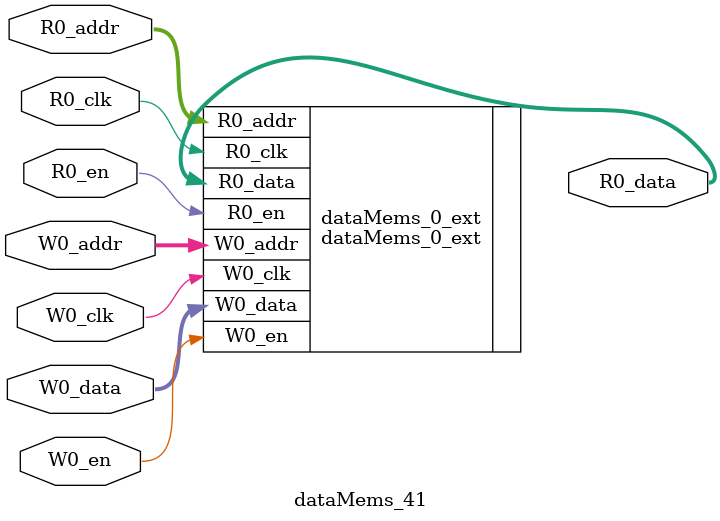
<source format=sv>
`ifndef RANDOMIZE
  `ifdef RANDOMIZE_REG_INIT
    `define RANDOMIZE
  `endif // RANDOMIZE_REG_INIT
`endif // not def RANDOMIZE
`ifndef RANDOMIZE
  `ifdef RANDOMIZE_MEM_INIT
    `define RANDOMIZE
  `endif // RANDOMIZE_MEM_INIT
`endif // not def RANDOMIZE

`ifndef RANDOM
  `define RANDOM $random
`endif // not def RANDOM

// Users can define 'PRINTF_COND' to add an extra gate to prints.
`ifndef PRINTF_COND_
  `ifdef PRINTF_COND
    `define PRINTF_COND_ (`PRINTF_COND)
  `else  // PRINTF_COND
    `define PRINTF_COND_ 1
  `endif // PRINTF_COND
`endif // not def PRINTF_COND_

// Users can define 'ASSERT_VERBOSE_COND' to add an extra gate to assert error printing.
`ifndef ASSERT_VERBOSE_COND_
  `ifdef ASSERT_VERBOSE_COND
    `define ASSERT_VERBOSE_COND_ (`ASSERT_VERBOSE_COND)
  `else  // ASSERT_VERBOSE_COND
    `define ASSERT_VERBOSE_COND_ 1
  `endif // ASSERT_VERBOSE_COND
`endif // not def ASSERT_VERBOSE_COND_

// Users can define 'STOP_COND' to add an extra gate to stop conditions.
`ifndef STOP_COND_
  `ifdef STOP_COND
    `define STOP_COND_ (`STOP_COND)
  `else  // STOP_COND
    `define STOP_COND_ 1
  `endif // STOP_COND
`endif // not def STOP_COND_

// Users can define INIT_RANDOM as general code that gets injected into the
// initializer block for modules with registers.
`ifndef INIT_RANDOM
  `define INIT_RANDOM
`endif // not def INIT_RANDOM

// If using random initialization, you can also define RANDOMIZE_DELAY to
// customize the delay used, otherwise 0.002 is used.
`ifndef RANDOMIZE_DELAY
  `define RANDOMIZE_DELAY 0.002
`endif // not def RANDOMIZE_DELAY

// Define INIT_RANDOM_PROLOG_ for use in our modules below.
`ifndef INIT_RANDOM_PROLOG_
  `ifdef RANDOMIZE
    `ifdef VERILATOR
      `define INIT_RANDOM_PROLOG_ `INIT_RANDOM
    `else  // VERILATOR
      `define INIT_RANDOM_PROLOG_ `INIT_RANDOM #`RANDOMIZE_DELAY begin end
    `endif // VERILATOR
  `else  // RANDOMIZE
    `define INIT_RANDOM_PROLOG_
  `endif // RANDOMIZE
`endif // not def INIT_RANDOM_PROLOG_

// Include register initializers in init blocks unless synthesis is set
`ifndef SYNTHESIS
  `ifndef ENABLE_INITIAL_REG_
    `define ENABLE_INITIAL_REG_
  `endif // not def ENABLE_INITIAL_REG_
`endif // not def SYNTHESIS

// Include rmemory initializers in init blocks unless synthesis is set
`ifndef SYNTHESIS
  `ifndef ENABLE_INITIAL_MEM_
    `define ENABLE_INITIAL_MEM_
  `endif // not def ENABLE_INITIAL_MEM_
`endif // not def SYNTHESIS

module dataMems_41(	// @[generators/ara/src/main/scala/UnsafeAXI4ToTL.scala:365:62]
  input  [4:0]   R0_addr,
  input          R0_en,
  input          R0_clk,
  output [258:0] R0_data,
  input  [4:0]   W0_addr,
  input          W0_en,
  input          W0_clk,
  input  [258:0] W0_data
);

  dataMems_0_ext dataMems_0_ext (	// @[generators/ara/src/main/scala/UnsafeAXI4ToTL.scala:365:62]
    .R0_addr (R0_addr),
    .R0_en   (R0_en),
    .R0_clk  (R0_clk),
    .R0_data (R0_data),
    .W0_addr (W0_addr),
    .W0_en   (W0_en),
    .W0_clk  (W0_clk),
    .W0_data (W0_data)
  );
endmodule


</source>
